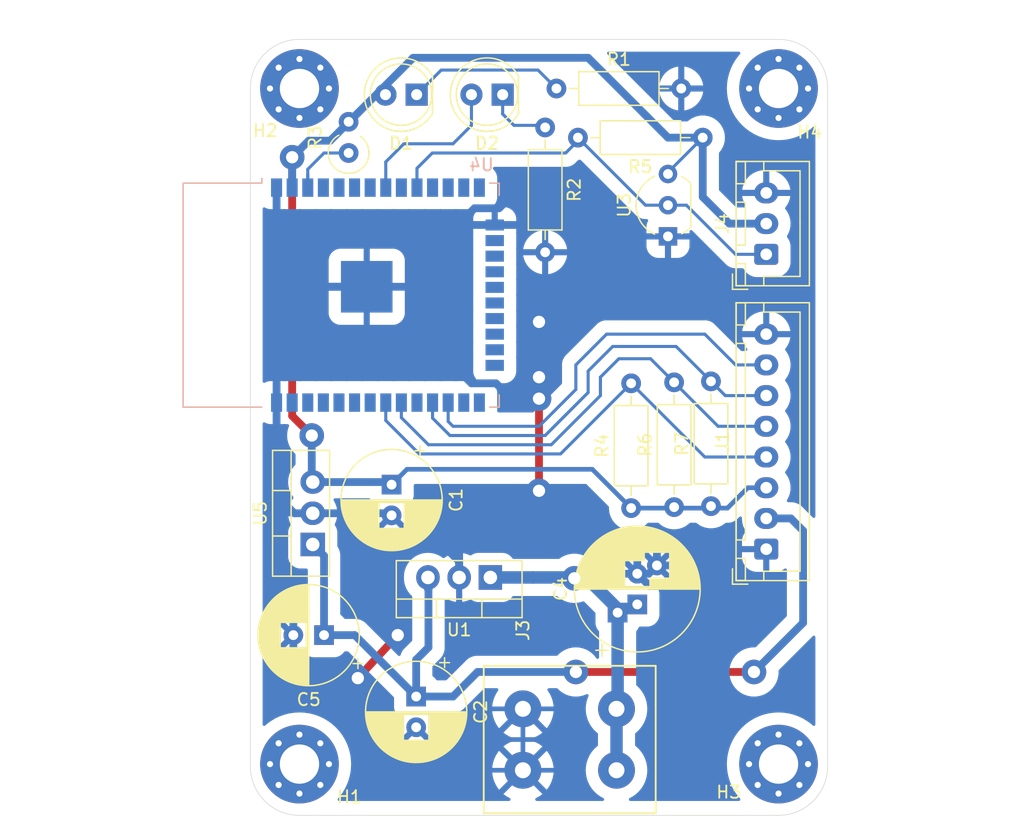
<source format=kicad_pcb>
(kicad_pcb (version 20221018) (generator pcbnew)
  (layers (0 "F.Cu" signal) (31 "B.Cu" signal) (34 "B.Paste" user) (35 "F.Paste" user) (36 "B.SilkS" user "B.Silkscreen") (37 "F.SilkS" user "F.Silkscreen") (38 "B.Mask" user) (39 "F.Mask" user) (44 "Edge.Cuts" user))
  (net 0 "")
  (net 1 "GND")
  (net 2 "+5V")
  (net 3 "+3V3")
  (net 4 "Net-(J3-Pin_1)")
  (net 5 "Net-(J4-Pin_1)")
  (net 6 "Net-(U4-EN)")
  (net 7 "Net-(J1-Pin_6)")
  (net 32 "Net-(D1-K)")
  (net 33 "Net-(D2-K)")
  (net 34 "Net-(D2-A)")
  (net 35 "Net-(J1-Pin_4)")
  (net 36 "Net-(J1-Pin_5)")
  (net 37 "Net-(J1-Pin_7)")
  (footprint "MountingHole:MountingHole_3.2mm_M3_Pad_Via" (layer "F.Cu") (at 43 -93)
    (fp_text reference "H4" (at 2.54 3.556) (layer "F.SilkS"))
    (fp_text value "MountingHole" hide)
    (pad "1" thru_hole circle (at -2.4 0) (size 0.8 0.8) (drill 0.5) (layers "*.Cu" "*.Mask"))
    (pad "1" thru_hole circle (at -1.697056 -1.697056) (size 0.8 0.8) (drill 0.5) (layers "*.Cu" "*.Mask"))
    (pad "1" thru_hole circle (at -1.697056 1.697056) (size 0.8 0.8) (drill 0.5) (layers "*.Cu" "*.Mask"))
    (pad "1" thru_hole circle (at 0 -2.4) (size 0.8 0.8) (drill 0.5) (layers "*.Cu" "*.Mask"))
    (pad "1" thru_hole circle (at 0 0) (size 6.4 6.4) (drill 3.2) (layers "*.Cu" "*.Mask"))
    (pad "1" thru_hole circle (at 0 2.4) (size 0.8 0.8) (drill 0.5) (layers "*.Cu" "*.Mask"))
    (pad "1" thru_hole circle (at 1.697056 -1.697056) (size 0.8 0.8) (drill 0.5) (layers "*.Cu" "*.Mask"))
    (pad "1" thru_hole circle (at 1.697056 1.697056) (size 0.8 0.8) (drill 0.5) (layers "*.Cu" "*.Mask"))
    (pad "1" thru_hole circle (at 2.4 0) (size 0.8 0.8) (drill 0.5) (layers "*.Cu" "*.Mask"))
  )
  (footprint "MountingHole:MountingHole_3.2mm_M3_Pad_Via" (layer "F.Cu") (at 43 -38)
    (fp_text reference "H3" (at -4.064 2.286) (layer "F.SilkS"))
    (fp_text value "MountingHole")
    (pad "1" thru_hole circle (at -2.4 0) (size 0.8 0.8) (drill 0.5) (layers "*.Cu" "*.Mask"))
    (pad "1" thru_hole circle (at -1.697056 -1.697056) (size 0.8 0.8) (drill 0.5) (layers "*.Cu" "*.Mask"))
    (pad "1" thru_hole circle (at -1.697056 1.697056) (size 0.8 0.8) (drill 0.5) (layers "*.Cu" "*.Mask"))
    (pad "1" thru_hole circle (at 0 -2.4) (size 0.8 0.8) (drill 0.5) (layers "*.Cu" "*.Mask"))
    (pad "1" thru_hole circle (at 0 0) (size 6.4 6.4) (drill 3.2) (layers "*.Cu" "*.Mask"))
    (pad "1" thru_hole circle (at 0 2.4) (size 0.8 0.8) (drill 0.5) (layers "*.Cu" "*.Mask"))
    (pad "1" thru_hole circle (at 1.697056 -1.697056) (size 0.8 0.8) (drill 0.5) (layers "*.Cu" "*.Mask"))
    (pad "1" thru_hole circle (at 1.697056 1.697056) (size 0.8 0.8) (drill 0.5) (layers "*.Cu" "*.Mask"))
    (pad "1" thru_hole circle (at 2.4 0) (size 0.8 0.8) (drill 0.5) (layers "*.Cu" "*.Mask"))
  )
  (footprint "MountingHole:MountingHole_3.2mm_M3_Pad_Via" (layer "F.Cu") (at 4 -93)
    (fp_text reference "H2" (at -2.794 3.429) (layer "F.SilkS"))
    (fp_text value "MountingHole")
    (pad "1" thru_hole circle (at -2.4 0) (size 0.8 0.8) (drill 0.5) (layers "*.Cu" "*.Mask"))
    (pad "1" thru_hole circle (at -1.697056 -1.697056) (size 0.8 0.8) (drill 0.5) (layers "*.Cu" "*.Mask"))
    (pad "1" thru_hole circle (at -1.697056 1.697056) (size 0.8 0.8) (drill 0.5) (layers "*.Cu" "*.Mask"))
    (pad "1" thru_hole circle (at 0 -2.4) (size 0.8 0.8) (drill 0.5) (layers "*.Cu" "*.Mask"))
    (pad "1" thru_hole circle (at 0 0) (size 6.4 6.4) (drill 3.2) (layers "*.Cu" "*.Mask"))
    (pad "1" thru_hole circle (at 0 2.4) (size 0.8 0.8) (drill 0.5) (layers "*.Cu" "*.Mask"))
    (pad "1" thru_hole circle (at 1.697056 -1.697056) (size 0.8 0.8) (drill 0.5) (layers "*.Cu" "*.Mask"))
    (pad "1" thru_hole circle (at 1.697056 1.697056) (size 0.8 0.8) (drill 0.5) (layers "*.Cu" "*.Mask"))
    (pad "1" thru_hole circle (at 2.4 0) (size 0.8 0.8) (drill 0.5) (layers "*.Cu" "*.Mask"))
  )
  (footprint "MountingHole:MountingHole_3.2mm_M3_Pad_Via" (layer "F.Cu") (at 4 -38)
    (fp_text reference "H1" (at 4.064 2.667) (layer "F.SilkS"))
    (fp_text value "MountingHole")
    (pad "1" thru_hole circle (at -2.4 0) (size 0.8 0.8) (drill 0.5) (layers "*.Cu" "*.Mask"))
    (pad "1" thru_hole circle (at -1.697056 -1.697056) (size 0.8 0.8) (drill 0.5) (layers "*.Cu" "*.Mask"))
    (pad "1" thru_hole circle (at -1.697056 1.697056) (size 0.8 0.8) (drill 0.5) (layers "*.Cu" "*.Mask"))
    (pad "1" thru_hole circle (at 0 -2.4) (size 0.8 0.8) (drill 0.5) (layers "*.Cu" "*.Mask"))
    (pad "1" thru_hole circle (at 0 0) (size 6.4 6.4) (drill 3.2) (layers "*.Cu" "*.Mask"))
    (pad "1" thru_hole circle (at 0 2.4) (size 0.8 0.8) (drill 0.5) (layers "*.Cu" "*.Mask"))
    (pad "1" thru_hole circle (at 1.697056 -1.697056) (size 0.8 0.8) (drill 0.5) (layers "*.Cu" "*.Mask"))
    (pad "1" thru_hole circle (at 1.697056 1.697056) (size 0.8 0.8) (drill 0.5) (layers "*.Cu" "*.Mask"))
    (pad "1" thru_hole circle (at 2.4 0) (size 0.8 0.8) (drill 0.5) (layers "*.Cu" "*.Mask"))
  )
  (footprint "Capacitor_THT:CP_Radial_D8.0mm_P2.50mm" (layer "F.Cu") (at 11.5 -60.75 -90)
    (fp_text reference "C1" (at 1.25 -5.25 90) (layer "F.SilkS"))
    (fp_text value "CP")
    (pad "1" thru_hole rect (at 0 0 270) (size 1.6 1.6) (drill 0.8) (layers "*.Cu" "*.Mask") (net 3 "+3V3"))
    (pad "2" thru_hole circle (at 2.5 0 270) (size 1.6 1.6) (drill 0.8) (layers "*.Cu" "*.Mask") (net 1 "GND"))
  )
  (footprint "Package_TO_SOT_THT:TO-220-3_Vertical" (layer "F.Cu") (at 19.54 -53.195 180)
    (fp_text reference "U1" (at 2.54 -4.27) (layer "F.SilkS"))
    (fp_text value "LF33_TO220")
    (pad "1" thru_hole rect (at 0 0 180) (size 1.905 2) (drill 1.1) (layers "*.Cu" "*.Mask") (net 4 "Net-(J3-Pin_1)"))
    (pad "2" thru_hole oval (at 2.54 0 180) (size 1.905 2) (drill 1.1) (layers "*.Cu" "*.Mask") (net 1 "GND"))
    (pad "3" thru_hole oval (at 5.08 0 180) (size 1.905 2) (drill 1.1) (layers "*.Cu" "*.Mask") (net 2 "+5V"))
  )
  (footprint "Connector_JST:JST_XH_B8B-XH-A_1x08_P2.50mm_Vertical" (layer "F.Cu") (at 42 -55.5 90)
    (fp_text reference "J1" (at 8.75 -3.55 90) (layer "F.SilkS"))
    (fp_text value "Conn_01x04" hide)
    (pad "1" thru_hole roundrect (at 0 0 90) (size 1.7 1.95) (drill 0.95) (layers "*.Cu" "*.Mask") (roundrect_rratio 0.147059) (net 1 "GND"))
    (pad "2" thru_hole oval (at 2.5 0 90) (size 1.7 1.95) (drill 0.95) (layers "*.Cu" "*.Mask") (net 2 "+5V"))
    (pad "3" thru_hole oval (at 5 0 90) (size 1.7 1.95) (drill 0.95) (layers "*.Cu" "*.Mask") (net 3 "+3V3"))
    (pad "4" thru_hole oval (at 7.5 0 90) (size 1.7 1.95) (drill 0.95) (layers "*.Cu" "*.Mask") (net 35 "Net-(J1-Pin_4)"))
    (pad "5" thru_hole oval (at 10 0 90) (size 1.7 1.95) (drill 0.95) (layers "*.Cu" "*.Mask") (net 36 "Net-(J1-Pin_5)"))
    (pad "6" thru_hole oval (at 12.5 0 90) (size 1.7 1.95) (drill 0.95) (layers "*.Cu" "*.Mask") (net 7 "Net-(J1-Pin_6)"))
    (pad "7" thru_hole oval (at 15 0 90) (size 1.7 1.95) (drill 0.95) (layers "*.Cu" "*.Mask") (net 37 "Net-(J1-Pin_7)"))
    (pad "8" thru_hole oval (at 17.5 0 90) (size 1.7 1.95) (drill 0.95) (layers "*.Cu" "*.Mask") (net 1 "GND"))
  )
  (footprint "Package_TO_SOT_THT:TO-92_Inline_Wide" (layer "F.Cu") (at 34 -80.96 90)
    (fp_text reference "U3" (at 2.54 -3.56 90) (layer "F.SilkS"))
    (fp_text value "DS18B20")
    (pad "1" thru_hole rect (at 0 0 90) (size 1.5 1.5) (drill 0.8) (layers "*.Cu" "*.Mask") (net 1 "GND"))
    (pad "2" thru_hole circle (at 2.54 0 90) (size 1.5 1.5) (drill 0.8) (layers "*.Cu" "*.Mask") (net 5 "Net-(J4-Pin_1)"))
    (pad "3" thru_hole circle (at 5.08 0 90) (size 1.5 1.5) (drill 0.8) (layers "*.Cu" "*.Mask") (net 3 "+3V3"))
  )
  (footprint "Capacitor_THT:CP_Radial_D10.0mm_P2.50mm_P5.00mm" (layer "F.Cu") (at 31.5 -51 90)
    (fp_text reference "C4" (at 1.25 -6.25 90) (layer "F.SilkS"))
    (fp_text value "CP")
    (pad "1" thru_hole rect (at -0.670937 -1.6 90) (size 1.6 1.6) (drill 0.8) (layers "*.Cu" "*.Mask") (net 4 "Net-(J3-Pin_1)"))
    (pad "1" thru_hole rect (at 0 0 90) (size 1.6 1.6) (drill 0.8) (layers "*.Cu" "*.Mask") (net 4 "Net-(J3-Pin_1)"))
    (pad "2" thru_hole circle (at 2.5 0 90) (size 1.6 1.6) (drill 0.8) (layers "*.Cu" "*.Mask") (net 1 "GND"))
    (pad "2" thru_hole circle (at 3.170937 1.6 90) (size 1.6 1.6) (drill 0.8) (layers "*.Cu" "*.Mask") (net 1 "GND"))
  )
  (footprint "Resistor_THT:R_Axial_DIN0207_L6.3mm_D2.5mm_P10.16mm_Horizontal" (layer "F.Cu") (at 24 -89.83 -90)
    (fp_text reference "R2" (at 5.08 -2.37 -90) (layer "F.SilkS"))
    (fp_text value "R_Small")
    (pad "1" thru_hole circle (at 0 0 270) (size 1.6 1.6) (drill 0.8) (layers "*.Cu" "*.Mask") (net 33 "Net-(D2-K)"))
    (pad "2" thru_hole oval (at 10.16 0 270) (size 1.6 1.6) (drill 0.8) (layers "*.Cu" "*.Mask") (net 1 "GND"))
  )
  (footprint "Resistor_THT:R_Axial_DIN0207_L6.3mm_D2.5mm_P10.16mm_Horizontal" (layer "F.Cu") (at 34.5 -58.92 90)
    (fp_text reference "R6" (at 5.08 -2.37 90) (layer "F.SilkS"))
    (fp_text value "R_Small")
    (pad "1" thru_hole circle (at 0 0 90) (size 1.6 1.6) (drill 0.8) (layers "*.Cu" "*.Mask") (net 3 "+3V3"))
    (pad "2" thru_hole oval (at 10.16 0 90) (size 1.6 1.6) (drill 0.8) (layers "*.Cu" "*.Mask") (net 36 "Net-(J1-Pin_5)"))
  )
  (footprint "Resistor_THT:R_Axial_DIN0207_L6.3mm_D2.5mm_P10.16mm_Horizontal" (layer "F.Cu") (at 36.83 -89 180)
    (fp_text reference "R5" (at 5.08 -2.37 180) (layer "F.SilkS"))
    (fp_text value "R_Small")
    (pad "1" thru_hole circle (at 0 0 180) (size 1.6 1.6) (drill 0.8) (layers "*.Cu" "*.Mask") (net 3 "+3V3"))
    (pad "2" thru_hole oval (at 10.16 0 180) (size 1.6 1.6) (drill 0.8) (layers "*.Cu" "*.Mask") (net 5 "Net-(J4-Pin_1)"))
  )
  (footprint "LED_THT:LED_D5.0mm" (layer "F.Cu") (at 20.54 -92.5 180)
    (fp_text reference "D2" (at 1.27 -3.96) (layer "F.SilkS"))
    (fp_text value "LED")
    (pad "1" thru_hole rect (at 0 0 180) (size 1.8 1.8) (drill 0.9) (layers "*.Cu" "*.Mask") (net 33 "Net-(D2-K)"))
    (pad "2" thru_hole circle (at 2.54 0 180) (size 1.8 1.8) (drill 0.9) (layers "*.Cu" "*.Mask") (net 34 "Net-(D2-A)"))
  )
  (footprint "Resistor_THT:R_Axial_DIN0309_L9.0mm_D3.2mm_P2.54mm_Vertical" (layer "F.Cu") (at 8 -87.75 90)
    (fp_text reference "R3" (at 1.27 -2.72 90) (layer "F.SilkS"))
    (fp_text value "R_Small")
    (pad "1" thru_hole circle (at 0 0 90) (size 1.6 1.6) (drill 0.8) (layers "*.Cu" "*.Mask") (net 6 "Net-(U4-EN)"))
    (pad "2" thru_hole oval (at 2.54 0 90) (size 1.6 1.6) (drill 0.8) (layers "*.Cu" "*.Mask") (net 3 "+3V3"))
  )
  (footprint "Capacitor_THT:CP_Radial_D8.0mm_P2.50mm" (layer "F.Cu") (at 13.5 -43.5 -90)
    (fp_text reference "C2" (at 1.25 -5.25 90) (layer "F.SilkS"))
    (fp_text value "CP")
    (pad "1" thru_hole rect (at 0 0 270) (size 1.6 1.6) (drill 0.8) (layers "*.Cu" "*.Mask") (net 2 "+5V"))
    (pad "2" thru_hole circle (at 2.5 0 270) (size 1.6 1.6) (drill 0.8) (layers "*.Cu" "*.Mask") (net 1 "GND"))
  )
  (footprint "Capacitor_THT:CP_Radial_D8.0mm_P2.50mm" (layer "F.Cu") (at 6 -48.5 180)
    (fp_text reference "C5" (at 1.25 -5.25) (layer "F.SilkS"))
    (fp_text value "CP")
    (pad "1" thru_hole rect (at 0 0 180) (size 1.6 1.6) (drill 0.8) (layers "*.Cu" "*.Mask") (net 2 "+5V"))
    (pad "2" thru_hole circle (at 2.5 0 180) (size 1.6 1.6) (drill 0.8) (layers "*.Cu" "*.Mask") (net 1 "GND"))
  )
  (footprint "LED_THT:LED_D5.0mm" (layer "F.Cu") (at 13.54 -92.5 180)
    (fp_text reference "D1" (at 1.27 -3.96) (layer "F.SilkS"))
    (fp_text value "LED")
    (pad "1" thru_hole rect (at 0 0 180) (size 1.8 1.8) (drill 0.9) (layers "*.Cu" "*.Mask") (net 32 "Net-(D1-K)"))
    (pad "2" thru_hole circle (at 2.54 0 180) (size 1.8 1.8) (drill 0.9) (layers "*.Cu" "*.Mask") (net 3 "+3V3"))
  )
  (footprint "Connector_JST:JST_XH_B3B-XH-A_1x03_P2.50mm_Vertical" (layer "F.Cu") (at 42 -79.5 90)
    (fp_text reference "J4" (at 2.5 -3.55 90) (layer "F.SilkS"))
    (fp_text value "Conn_01x04")
    (pad "1" thru_hole roundrect (at 0 0 90) (size 1.7 1.95) (drill 0.95) (layers "*.Cu" "*.Mask") (roundrect_rratio 0.1470588235) (net 5 "Net-(J4-Pin_1)"))
    (pad "2" thru_hole oval (at 2.5 0 90) (size 1.7 1.95) (drill 0.95) (layers "*.Cu" "*.Mask") (net 3 "+3V3"))
    (pad "3" thru_hole oval (at 5 0 90) (size 1.7 1.95) (drill 0.95) (layers "*.Cu" "*.Mask") (net 1 "GND"))
  )
  (footprint "Resistor_THT:R_Axial_DIN0207_L6.3mm_D2.5mm_P10.16mm_Horizontal" (layer "F.Cu") (at 24.92 -93)
    (fp_text reference "R1" (at 5.08 -2.37) (layer "F.SilkS"))
    (fp_text value "R_Small")
    (pad "1" thru_hole circle (at 0 0) (size 1.6 1.6) (drill 0.8) (layers "*.Cu" "*.Mask") (net 32 "Net-(D1-K)"))
    (pad "2" thru_hole oval (at 10.16 0) (size 1.6 1.6) (drill 0.8) (layers "*.Cu" "*.Mask") (net 1 "GND"))
  )
  (footprint "custom:WE 691411410002 - 2 Pin Wire-To-Board Terminal Block" (layer "F.Cu") (at 26 -40 -90)
    (fp_text reference "J3" (at -8.89 3.81 90) (layer "F.SilkS"))
    (fp_text value "Conn_01x02")
    (pad "1" thru_hole circle (at -2.5 -3.81 270) (size 3 3) (drill 1.3) (layers "*.Cu" "*.Mask") (net 4 "Net-(J3-Pin_1)"))
    (pad "1" thru_hole circle (at 2.5 -3.81 270) (size 3 3) (drill 1.3) (layers "*.Cu" "*.Mask") (net 4 "Net-(J3-Pin_1)"))
    (pad "2" thru_hole circle (at -2.5 3.81 270) (size 3 3) (drill 1.3) (layers "*.Cu" "*.Mask") (net 1 "GND"))
    (pad "2" thru_hole circle (at 2.5 3.81 270) (size 3 3) (drill 1.3) (layers "*.Cu" "*.Mask") (net 1 "GND"))
  )
  (footprint "Resistor_THT:R_Axial_DIN0207_L6.3mm_D2.5mm_P10.16mm_Horizontal" (layer "F.Cu") (at 37.5 -59 90)
    (fp_text reference "R7" (at 5.08 -2.37 90) (layer "F.SilkS"))
    (fp_text value "R_Small")
    (pad "1" thru_hole circle (at 0 0 90) (size 1.6 1.6) (drill 0.8) (layers "*.Cu" "*.Mask") (net 3 "+3V3"))
    (pad "2" thru_hole oval (at 10.16 0 90) (size 1.6 1.6) (drill 0.8) (layers "*.Cu" "*.Mask") (net 7 "Net-(J1-Pin_6)"))
  )
  (footprint "Package_TO_SOT_THT:TO-220-3_Vertical" (layer "F.Cu") (at 5.08 -55.88 90)
    (fp_text reference "U5" (at 2.54 -4.27 90) (layer "F.SilkS"))
    (fp_text value "LF33_TO220")
    (pad "1" thru_hole rect (at 0 0 90) (size 1.905 2) (drill 1.1) (layers "*.Cu" "*.Mask") (net 2 "+5V"))
    (pad "2" thru_hole oval (at 2.54 0 90) (size 1.905 2) (drill 1.1) (layers "*.Cu" "*.Mask") (net 1 "GND"))
    (pad "3" thru_hole oval (at 5.08 0 90) (size 1.905 2) (drill 1.1) (layers "*.Cu" "*.Mask") (net 3 "+3V3"))
  )
  (footprint "Resistor_THT:R_Axial_DIN0207_L6.3mm_D2.5mm_P10.16mm_Horizontal" (layer "F.Cu") (at 31 -58.84 90)
    (fp_text reference "R4" (at 5.08 -2.37 90) (layer "F.SilkS"))
    (fp_text value "R_Small")
    (pad "1" thru_hole circle (at 0 0 90) (size 1.6 1.6) (drill 0.8) (layers "*.Cu" "*.Mask") (net 3 "+3V3"))
    (pad "2" thru_hole oval (at 10.16 0 90) (size 1.6 1.6) (drill 0.8) (layers "*.Cu" "*.Mask") (net 35 "Net-(J1-Pin_4)"))
  )
  (footprint "RF_Module:ESP32-WROOM-32" (layer "B.Cu") (at 10.385 -76.18 -90)
    (fp_text reference "U4" (at -10.61 -8.43 180) (layer "B.SilkS") (effects (justify mirror)))
    (fp_text value "ESP32-WROOM-32")
    (pad "1" smd rect (at -8.75 8.25 270) (size 1.5 0.9) (layers "B.Cu" "B.Paste" "B.Mask") (net 1 "GND"))
    (pad "2" smd rect (at -8.75 6.98 270) (size 1.5 0.9) (layers "B.Cu" "B.Paste" "B.Mask") (net 3 "+3V3"))
    (pad "3" smd rect (at -8.75 5.71 270) (size 1.5 0.9) (layers "B.Cu" "B.Paste" "B.Mask") (net 6 "Net-(U4-EN)"))
    (pad "4" smd rect (at -8.75 4.44 270) (size 1.5 0.9) (layers "B.Cu" "B.Paste" "B.Mask"))
    (pad "5" smd rect (at -8.75 3.17 270) (size 1.5 0.9) (layers "B.Cu" "B.Paste" "B.Mask"))
    (pad "6" smd rect (at -8.75 1.9 270) (size 1.5 0.9) (layers "B.Cu" "B.Paste" "B.Mask"))
    (pad "7" smd rect (at -8.75 0.63 270) (size 1.5 0.9) (layers "B.Cu" "B.Paste" "B.Mask"))
    (pad "8" smd rect (at -8.75 -0.64 270) (size 1.5 0.9) (layers "B.Cu" "B.Paste" "B.Mask") (net 34 "Net-(D2-A)"))
    (pad "9" smd rect (at -8.75 -1.91 270) (size 1.5 0.9) (layers "B.Cu" "B.Paste" "B.Mask"))
    (pad "10" smd rect (at -8.75 -3.18 270) (size 1.5 0.9) (layers "B.Cu" "B.Paste" "B.Mask") (net 5 "Net-(J4-Pin_1)"))
    (pad "11" smd rect (at -8.75 -4.45 270) (size 1.5 0.9) (layers "B.Cu" "B.Paste" "B.Mask"))
    (pad "12" smd rect (at -8.75 -5.72 270) (size 1.5 0.9) (layers "B.Cu" "B.Paste" "B.Mask"))
    (pad "13" smd rect (at -8.75 -6.99 270) (size 1.5 0.9) (layers "B.Cu" "B.Paste" "B.Mask"))
    (pad "14" smd rect (at -8.75 -8.26 270) (size 1.5 0.9) (layers "B.Cu" "B.Paste" "B.Mask"))
    (pad "15" smd rect (at -5.71 -9.51 180) (size 1.5 0.9) (layers "B.Cu" "B.Paste" "B.Mask") (net 1 "GND"))
    (pad "16" smd rect (at -4.44 -9.51 180) (size 1.5 0.9) (layers "B.Cu" "B.Paste" "B.Mask"))
    (pad "17" smd rect (at -3.17 -9.51 180) (size 1.5 0.9) (layers "B.Cu" "B.Paste" "B.Mask"))
    (pad "18" smd rect (at -1.9 -9.51 180) (size 1.5 0.9) (layers "B.Cu" "B.Paste" "B.Mask"))
    (pad "19" smd rect (at -0.63 -9.51 180) (size 1.5 0.9) (layers "B.Cu" "B.Paste" "B.Mask"))
    (pad "20" smd rect (at 0.64 -9.51 180) (size 1.5 0.9) (layers "B.Cu" "B.Paste" "B.Mask"))
    (pad "21" smd rect (at 1.91 -9.51 180) (size 1.5 0.9) (layers "B.Cu" "B.Paste" "B.Mask"))
    (pad "22" smd rect (at 3.18 -9.51 180) (size 1.5 0.9) (layers "B.Cu" "B.Paste" "B.Mask"))
    (pad "23" smd rect (at 4.45 -9.51 180) (size 1.5 0.9) (layers "B.Cu" "B.Paste" "B.Mask"))
    (pad "24" smd rect (at 5.72 -9.51 180) (size 1.5 0.9) (layers "B.Cu" "B.Paste" "B.Mask"))
    (pad "25" smd rect (at 8.75 -8.26 270) (size 1.5 0.9) (layers "B.Cu" "B.Paste" "B.Mask"))
    (pad "26" smd rect (at 8.75 -6.99 270) (size 1.5 0.9) (layers "B.Cu" "B.Paste" "B.Mask"))
    (pad "27" smd rect (at 8.75 -5.72 270) (size 1.5 0.9) (layers "B.Cu" "B.Paste" "B.Mask") (net 37 "Net-(J1-Pin_7)"))
    (pad "28" smd rect (at 8.75 -4.45 270) (size 1.5 0.9) (layers "B.Cu" "B.Paste" "B.Mask") (net 7 "Net-(J1-Pin_6)"))
    (pad "29" smd rect (at 8.75 -3.18 270) (size 1.5 0.9) (layers "B.Cu" "B.Paste" "B.Mask"))
    (pad "30" smd rect (at 8.75 -1.91 270) (size 1.5 0.9) (layers "B.Cu" "B.Paste" "B.Mask") (net 36 "Net-(J1-Pin_5)"))
    (pad "31" smd rect (at 8.75 -0.64 270) (size 1.5 0.9) (layers "B.Cu" "B.Paste" "B.Mask") (net 35 "Net-(J1-Pin_4)"))
    (pad "32" smd rect (at 8.75 0.63 270) (size 1.5 0.9) (layers "B.Cu" "B.Paste" "B.Mask"))
    (pad "33" smd rect (at 8.75 1.9 270) (size 1.5 0.9) (layers "B.Cu" "B.Paste" "B.Mask"))
    (pad "34" smd rect (at 8.75 3.17 270) (size 1.5 0.9) (layers "B.Cu" "B.Paste" "B.Mask"))
    (pad "35" smd rect (at 8.75 4.44 270) (size 1.5 0.9) (layers "B.Cu" "B.Paste" "B.Mask"))
    (pad "36" smd rect (at 8.75 5.71 270) (size 1.5 0.9) (layers "B.Cu" "B.Paste" "B.Mask"))
    (pad "37" smd rect (at 8.75 6.98 270) (size 1.5 0.9) (layers "B.Cu" "B.Paste" "B.Mask"))
    (pad "38" smd rect (at 8.75 8.25 270) (size 1.5 0.9) (layers "B.Cu" "B.Paste" "B.Mask") (net 1 "GND"))
    (pad "39" smd rect (at -2.205 -0.615 270) (size 1.05 1.05) (layers "B.Cu" "B.Paste") (net 1 "GND"))
    (pad "39" smd rect (at -2.205 0.91 270) (size 1.05 1.05) (layers "B.Cu" "B.Paste") (net 1 "GND"))
    (pad "39" smd rect (at -2.205 2.435 270) (size 1.05 1.05) (layers "B.Cu" "B.Paste") (net 1 "GND"))
    (pad "39" smd rect (at -0.68 -0.615 270) (size 1.05 1.05) (layers "B.Cu" "B.Paste") (net 1 "GND"))
    (pad "39" smd rect (at -0.68 0.91 270) (size 1.05 1.05) (layers "B.Cu" "B.Paste") (net 1 "GND"))
    (pad "39" smd rect (at -0.68 0.91 270) (size 4.2 4.2) (layers "B.Cu" "B.Mask") (net 1 "GND"))
    (pad "39" smd rect (at -0.68 2.435 270) (size 1.05 1.05) (layers "B.Cu" "B.Paste") (net 1 "GND"))
    (pad "39" smd rect (at 0.845 -0.615 270) (size 1.05 1.05) (layers "B.Cu" "B.Paste") (net 1 "GND"))
    (pad "39" smd rect (at 0.845 0.91 270) (size 1.05 1.05) (layers "B.Cu" "B.Paste") (net 1 "GND"))
    (pad "39" smd rect (at 0.845 2.435 270) (size 1.05 1.05) (layers "B.Cu" "B.Paste") (net 1 "GND"))
    (zone (net 0) (net_name "") (layers "F.Cu" "In1.Cu" "B.Cu") (connect_pads (clearance 0)) (min_thickness 0.254)
      (keepout (tracks not_allowed) (vias not_allowed) (pads not_allowed) (copperpour not_allowed) (footprints not_allowed))
      (fill (thermal_gap 0.508) (thermal_bridge_width 0.508))
      (polygon (pts (xy 0.585 -100.18) (xy 0.585 -52.18) (xy -20.355 -52.18) (xy -20.355 -100.18)))
    )
  )
  (gr_line (start 4 -33.828427) (end 43 -33.828427) (stroke (width 0.05)) (layer "Edge.Cuts"))
  (gr_arc (start 4 -33.828427) (mid 1.171573 -35) (end 0 -37.828427) (stroke (width 0.05)) (layer "Edge.Cuts"))
  (gr_arc (start 43 -97) (mid 45.828427 -95.828427) (end 47 -93) (stroke (width 0.05)) (layer "Edge.Cuts"))
  (gr_line (start 43 -97) (end 4 -97) (stroke (width 0.05)) (layer "Edge.Cuts"))
  (gr_arc (start 0 -93) (mid 1.171573 -95.828427) (end 4 -97) (stroke (width 0.05)) (layer "Edge.Cuts"))
  (gr_arc (start 47 -37.828427) (mid 45.828426 -35.000002) (end 43 -33.828427) (stroke (width 0.05)) (layer "Edge.Cuts"))
  (gr_line (start 47 -37.828427) (end 47 -93) (stroke (width 0.05)) (layer "Edge.Cuts"))
  (gr_line (start 0 -93) (end 0 -37.828427) (stroke (width 0.05)) (layer "Edge.Cuts"))
  (segment (start 23.5 -69.5) (end 23.5 -74) (width 0.635) (layer "F.Cu") (net 1))
  (segment (start 23.5 -67.75) (end 23.5 -60.25) (width 0.635) (layer "F.Cu") (net 1))
  (segment (start 12 -48.5) (end 8.75 -45) (width 0.635) (layer "F.Cu") (net 1))
  (via (at 12 -48.5) (size 2) (drill 1) (layers "F.Cu" "B.Cu") (net 1))
  (via (at 23.5 -74) (size 2) (drill 1) (layers "F.Cu" "B.Cu") (net 1))
  (via (at 23.5 -69.5) (size 2) (drill 1) (layers "F.Cu" "B.Cu") (net 1))
  (via (at 23.5 -67.75) (size 2) (drill 1) (layers "F.Cu" "B.Cu") (net 1))
  (via (at 8.75 -45) (size 2) (drill 1) (layers "F.Cu" "B.Cu") (net 1))
  (via (at 23.5 -60.25) (size 2) (drill 1) (layers "F.Cu" "B.Cu") (net 1))
  (segment (start 22.19 -37.5) (end 19 -37.5) (width 0.381) (layer "B.Cu") (net 1))
  (segment (start 22.19 -40) (end 24.5 -40) (width 0.381) (layer "B.Cu") (net 1))
  (segment (start 19.895 -81.89) (end 22.03 -81.89) (width 0.635) (layer "B.Cu") (net 1))
  (segment (start 17.5 -81.89) (end 17.5 -82.5) (width 0.635) (layer "B.Cu") (net 1))
  (segment (start 11.33 -58.42) (end 11.5 -58.25) (width 0.635) (layer "B.Cu") (net 1))
  (segment (start 18 -69) (end 20 -69) (width 0.635) (layer "B.Cu") (net 1))
  (segment (start 22.19 -40) (end 20.5 -40) (width 0.381) (layer "B.Cu") (net 1))
  (segment (start 22.19 -37.5) (end 22.19 -40) (width 0.381) (layer "B.Cu") (net 1))
  (segment (start 22.19 -42.5) (end 25.38 -42.5) (width 0.381) (layer "B.Cu") (net 1))
  (segment (start 17 -53.195) (end 17 -55.75) (width 0.635) (layer "B.Cu") (net 1))
  (segment (start 2.135 -76.86) (end 6 -76.86) (width 0.635) (layer "B.Cu") (net 1))
  (segment (start 17 -54.5) (end 15.5 -56) (width 0.635) (layer "B.Cu") (net 1))
  (segment (start 30 -53.5) (end 28.5 -55) (width 0.635) (layer "B.Cu") (net 1))
  (segment (start 17 -55.75) (end 20.5 -55.75) (width 0.635) (layer "B.Cu") (net 1))
  (segment (start 31.5 -53.5) (end 30 -53.5) (width 0.635) (layer "B.Cu") (net 1))
  (segment (start 24.08 -80) (end 24 -79.92) (width 0.635) (layer "B.Cu") (net 1))
  (segment (start 20.25 -83.25) (end 21 -84) (width 0.635) (layer "B.Cu") (net 1))
  (segment (start 17.5 -81) (end 17.5 -81.89) (width 0.635) (layer "B.Cu") (net 1))
  (segment (start 3.58 -58.42) (end 5.08 -58.42) (width 0.635) (layer "B.Cu") (net 1))
  (segment (start 3.5 -51) (end 3.5 -48.5) (width 0.635) (layer "B.Cu") (net 1))
  (segment (start 6 -76.86) (end 13.36 -76.86) (width 0.635) (layer "B.Cu") (net 1))
  (segment (start 2.135 -78.385) (end 2.135 -76.86) (width 0.635) (layer "B.Cu") (net 1))
  (segment (start 22.19 -37.5) (end 25.38 -37.5) (width 0.381) (layer "B.Cu") (net 1))
  (segment (start 2.135 -84.93) (end 2.135 -67.43) (width 0.635) (layer "B.Cu") (net 1))
  (segment (start 6 -76.86) (end 9.475 -76.86) (width 0.635) (layer "B.Cu") (net 1))
  (segment (start 5.08 -58.42) (end 11.33 -58.42) (width 0.635) (layer "B.Cu") (net 1))
  (segment (start 22.19 -40) (end 22.19 -42.5) (width 0.381) (layer "B.Cu") (net 1))
  (segment (start 31.5 -53.5) (end 32.5 -52.5) (width 0.635) (layer "B.Cu") (net 1))
  (segment (start 13.36 -76.86) (end 17.5 -81) (width 0.635) (layer "B.Cu") (net 1))
  (segment (start 17 -53.195) (end 17 -54.5) (width 0.635) (layer "B.Cu") (net 1))
  (segment (start 20 -69) (end 21 -68) (width 0.635) (layer "B.Cu") (net 1))
  (segment (start 31.5 -53.5) (end 32.429063 -53.5) (width 0.635) (layer "B.Cu") (net 1))
  (segment (start 32.5 -52.5) (end 34.5 -52.5) (width 0.635) (layer "B.Cu") (net 1))
  (segment (start 22.19 -42.5) (end 19 -42.5) (width 0.381) (layer "B.Cu") (net 1))
  (segment (start 3.5 -48.5) (end 3.5 -46) (width 0.635) (layer "B.Cu") (net 1))
  (segment (start 19.895 -81.89) (end 17.5 -81.89) (width 0.635) (layer "B.Cu") (net 1))
  (segment (start 33.1 -54.170937) (end 33.1 -56.1) (width 0.635) (layer "B.Cu") (net 1))
  (segment (start 31.5 -53.5) (end 31.5 -56) (width 0.635) (layer "B.Cu") (net 1))
  (segment (start 32.429063 -53.5) (end 33.1 -54.170937) (width 0.635) (layer "B.Cu") (net 1))
  (segment (start 2.135 -59.865) (end 3.58 -58.42) (width 0.635) (layer "B.Cu") (net 1))
  (segment (start 33.1 -54.170937) (end 36.329063 -54.170937) (width 0.635) (layer "B.Cu") (net 1))
  (segment (start 17.5 -82.5) (end 18.25 -83.25) (width 0.635) (layer "B.Cu") (net 1))
  (segment (start 2.135 -67.43) (end 2.135 -59.865) (width 0.635) (layer "B.Cu") (net 1))
  (segment (start 17 -70) (end 18 -69) (width 0.635) (layer "B.Cu") (net 1))
  (segment (start 18.25 -83.25) (end 20.25 -83.25) (width 0.635) (layer "B.Cu") (net 1))
  (segment (start 26.5 -45.5) (end 41 -45.5) (width 0.635) (layer "F.Cu") (net 2))
  (via (at 41 -45.5) (size 2) (drill 1) (layers "F.Cu" "B.Cu") (net 2))
  (via (at 26.5 -45.5) (size 2) (drill 1) (layers "F.Cu" "B.Cu") (net 2))
  (segment (start 18.5 -45.5) (end 16.5 -43.5) (width 0.635) (layer "B.Cu") (net 2))
  (segment (start 14.46 -52.25) (end 14.5 -52.21) (width 0.635) (layer "B.Cu") (net 2))
  (segment (start 14.5 -52.21) (end 14.5 -47.5) (width 0.635) (layer "B.Cu") (net 2))
  (segment (start 16.5 -43.5) (end 13.5 -43.5) (width 0.635) (layer "B.Cu") (net 2))
  (segment (start 26.5 -45.5) (end 18.5 -45.5) (width 0.635) (layer "B.Cu") (net 2))
  (segment (start 6 -54.96) (end 6 -48.5) (width 0.635) (layer "B.Cu") (net 2))
  (segment (start 13.5 -46.5) (end 13.5 -43.5) (width 0.635) (layer "B.Cu") (net 2))
  (segment (start 45 -49.5) (end 45 -57) (width 0.635) (layer "B.Cu") (net 2))
  (segment (start 5.08 -55.88) (end 6 -54.96) (width 0.635) (layer "B.Cu") (net 2))
  (segment (start 41 -45.5) (end 45 -49.5) (width 0.635) (layer "B.Cu") (net 2))
  (segment (start 45 -57) (end 44 -58) (width 0.635) (layer "B.Cu") (net 2))
  (segment (start 8.5 -48.5) (end 13.5 -43.5) (width 0.635) (layer "B.Cu") (net 2))
  (segment (start 44 -58) (end 42 -58) (width 0.635) (layer "B.Cu") (net 2))
  (segment (start 6 -48.5) (end 8.5 -48.5) (width 0.635) (layer "B.Cu") (net 2))
  (segment (start 14.5 -47.5) (end 13.5 -46.5) (width 0.635) (layer "B.Cu") (net 2))
  (segment (start 3.405 -66.345) (end 5 -64.75) (width 0.635) (layer "F.Cu") (net 3))
  (segment (start 3.405 -87.405) (end 3.405 -66.345) (width 0.635) (layer "F.Cu") (net 3))
  (via (at 3.405 -87.405) (size 2) (drill 1) (layers "F.Cu" "B.Cu") (net 3))
  (via (at 5 -64.75) (size 2) (drill 1) (layers "F.Cu" "B.Cu") (net 3))
  (segment (start 33.5 -89.5) (end 34 -89) (width 0.635) (layer "B.Cu") (net 3))
  (segment (start 31 -58.84) (end 38.84 -58.84) (width 0.381) (layer "B.Cu") (net 3))
  (segment (start 4.75 -88.75) (end 6.5 -88.75) (width 0.635) (layer "B.Cu") (net 3))
  (segment (start 36.83 -84.17) (end 39 -82) (width 0.635) (layer "B.Cu") (net 3))
  (segment (start 36.83 -89) (end 36.83 -84.17) (width 0.635) (layer "B.Cu") (net 3))
  (segment (start 31 -58.84) (end 27.84 -62) (width 0.381) (layer "B.Cu") (net 3))
  (segment (start 32.375 -90.625) (end 32 -91) (width 0.635) (layer "B.Cu") (net 3))
  (segment (start 38.84 -58.84) (end 40.5 -60.5) (width 0.381) (layer "B.Cu") (net 3))
  (segment (start 11 -92) (end 11 -92.5) (width 0.635) (layer "B.Cu") (net 3))
  (segment (start 40.5 -60.5) (end 42 -60.5) (width 0.381) (layer "B.Cu") (net 3))
  (segment (start 5 -61.04) (end 5.08 -60.96) (width 0.635) (layer "B.Cu") (net 3))
  (segment (start 37.08 -89) (end 34 -89) (width 0.635) (layer "B.Cu") (net 3))
  (segment (start 39 -82) (end 42 -82) (width 0.635) (layer "B.Cu") (net 3))
  (segment (start 34 -86.04) (end 34 -86.17) (width 0.25) (layer "B.Cu") (net 3))
  (segment (start 5.08 -60.96) (end 11.29 -60.96) (width 0.635) (layer "B.Cu") (net 3))
  (segment (start 34 -86.17) (end 36.83 -89) (width 0.25) (layer "B.Cu") (net 3))
  (segment (start 13.25 -95.5) (end 27.5 -95.5) (width 0.635) (layer "B.Cu") (net 3))
  (segment (start 27.5 -95.5) (end 32.375 -90.625) (width 0.635) (layer "B.Cu") (net 3))
  (segment (start 5 -64.75) (end 5 -61.04) (width 0.635) (layer "B.Cu") (net 3))
  (segment (start 27.84 -62) (end 12.75 -62) (width 0.381) (layer "B.Cu") (net 3))
  (segment (start 3.405 -84.93) (end 3.405 -87.405) (width 0.635) (layer "B.Cu") (net 3))
  (segment (start 6.5 -88.75) (end 8.75 -91) (width 0.635) (layer "B.Cu") (net 3))
  (segment (start 8.75 -91) (end 13.25 -95.5) (width 0.635) (layer "B.Cu") (net 3))
  (segment (start 3.405 -87.405) (end 4.75 -88.75) (width 0.635) (layer "B.Cu") (net 3))
  (segment (start 33.5 -89.5) (end 32.375 -90.625) (width 0.635) (layer "B.Cu") (net 3))
  (segment (start 11.29 -60.96) (end 11.5 -60.75) (width 0.635) (layer "B.Cu") (net 3))
  (segment (start 12.75 -62) (end 11.5 -60.75) (width 0.381) (layer "B.Cu") (net 3))
  (via (at 26.375 -53.125) (size 2) (drill 1) (layers "F.Cu" "B.Cu") (net 4))
  (segment (start 29.9 -50.329063) (end 29.9 -42.59) (width 1.016) (layer "B.Cu") (net 4))
  (segment (start 29.9 -50.641608) (end 29.9 -50.329063) (width 1.016) (layer "B.Cu") (net 4))
  (segment (start 19.54 -53.195) (end 23 -53.195) (width 1.016) (layer "B.Cu") (net 4))
  (segment (start 29.81 -37.5) (end 29.81 -42.5) (width 1.016) (layer "B.Cu") (net 4))
  (segment (start 29.9 -42.59) (end 29.81 -42.5) (width 1.016) (layer "B.Cu") (net 4))
  (segment (start 27.346608 -53.195) (end 29.9 -50.641608) (width 1.016) (layer "B.Cu") (net 4))
  (segment (start 23 -53.195) (end 27.346608 -53.195) (width 1.016) (layer "B.Cu") (net 4))
  (segment (start 14.815 -87.75) (end 13.565 -86.5) (width 0.25) (layer "B.Cu") (net 5))
  (segment (start 32.17 -83.5) (end 34 -83.5) (width 0.25) (layer "B.Cu") (net 5))
  (segment (start 26.67 -89) (end 32.17 -83.5) (width 0.25) (layer "B.Cu") (net 5))
  (segment (start 39.5 -79.5) (end 42 -79.5) (width 0.25) (layer "B.Cu") (net 5))
  (segment (start 13.565 -86.5) (end 13.565 -84.93) (width 0.25) (layer "B.Cu") (net 5))
  (segment (start 35.5 -83.5) (end 39.5 -79.5) (width 0.25) (layer "B.Cu") (net 5))
  (segment (start 26.92 -89) (end 25.67 -87.75) (width 0.25) (layer "B.Cu") (net 5))
  (segment (start 34 -83.5) (end 35.5 -83.5) (width 0.25) (layer "B.Cu") (net 5))
  (segment (start 25.67 -87.75) (end 14.815 -87.75) (width 0.25) (layer "B.Cu") (net 5))
  (segment (start 6 -87.75) (end 8 -87.75) (width 0.25) (layer "B.Cu") (net 6))
  (segment (start 4.675 -84.93) (end 4.675 -86.425) (width 0.25) (layer "B.Cu") (net 6))
  (segment (start 4.675 -86.425) (end 6 -87.75) (width 0.25) (layer "B.Cu") (net 6))
  (segment (start 4.675 -84.93) (end 4.675 -86) (width 0.25) (layer "B.Cu") (net 6))
  (segment (start 14.835 -67.43) (end 14.835 -66.165) (width 0.25) (layer "B.Cu") (net 7))
  (segment (start 29.5 -72) (end 34.66 -72) (width 0.25) (layer "B.Cu") (net 7))
  (segment (start 16.25 -64.75) (end 24 -64.75) (width 0.25) (layer "B.Cu") (net 7))
  (segment (start 42 -68) (end 38.66 -68) (width 0.25) (layer "B.Cu") (net 7))
  (segment (start 27.5 -68.25) (end 27.5 -70) (width 0.25) (layer "B.Cu") (net 7))
  (segment (start 38.66 -68) (end 37.5 -69.16) (width 0.25) (layer "B.Cu") (net 7))
  (segment (start 27.5 -70) (end 29.5 -72) (width 0.25) (layer "B.Cu") (net 7))
  (segment (start 14.835 -66.165) (end 16.25 -64.75) (width 0.25) (layer "B.Cu") (net 7))
  (segment (start 24 -64.75) (end 27.5 -68.25) (width 0.25) (layer "B.Cu") (net 7))
  (segment (start 34.66 -72) (end 37.5 -69.16) (width 0.25) (layer "B.Cu") (net 7))
  (segment (start 23.42 -94.5) (end 24.92 -93) (width 0.25) (layer "B.Cu") (net 32))
  (segment (start 13.54 -92.5) (end 15.54 -94.5) (width 0.25) (layer "B.Cu") (net 32))
  (segment (start 15.54 -94.5) (end 23.42 -94.5) (width 0.25) (layer "B.Cu") (net 32))
  (segment (start 23.92 -90) (end 24 -90.08) (width 0.25) (layer "B.Cu") (net 33))
  (segment (start 20.54 -90.92) (end 21.46 -90) (width 0.25) (layer "B.Cu") (net 33))
  (segment (start 21 -92.04) (end 20.54 -92.5) (width 0.25) (layer "B.Cu") (net 33))
  (segment (start 20.54 -92.5) (end 20.54 -90.92) (width 0.25) (layer "B.Cu") (net 33))
  (segment (start 21.46 -90) (end 23.92 -90) (width 0.25) (layer "B.Cu") (net 33))
  (segment (start 18 -92.5) (end 18 -90) (width 0.25) (layer "B.Cu") (net 34))
  (segment (start 16.5 -88.5) (end 12.5 -88.5) (width 0.25) (layer "B.Cu") (net 34))
  (segment (start 12.5 -88.5) (end 11.025 -87.025) (width 0.25) (layer "B.Cu") (net 34))
  (segment (start 18 -90) (end 16.5 -88.5) (width 0.25) (layer "B.Cu") (net 34))
  (segment (start 11.025 -87.025) (end 11.025 -84.93) (width 0.25) (layer "B.Cu") (net 34))
  (segment (start 13.75 -63.25) (end 11.025 -65.975) (width 0.25) (layer "B.Cu") (net 35))
  (segment (start 31 -69) (end 25.25 -63.25) (width 0.25) (layer "B.Cu") (net 35))
  (segment (start 22.5 -63.25) (end 13.75 -63.25) (width 0.25) (layer "B.Cu") (net 35))
  (segment (start 37 -63) (end 31 -69) (width 0.25) (layer "B.Cu") (net 35))
  (segment (start 11.025 -65.975) (end 11.025 -67.43) (width 0.25) (layer "B.Cu") (net 35))
  (segment (start 25.25 -63.25) (end 22.5 -63.25) (width 0.25) (layer "B.Cu") (net 35))
  (segment (start 42 -63) (end 37 -63) (width 0.25) (layer "B.Cu") (net 35))
  (segment (start 24.5 -64) (end 14.5 -64) (width 0.25) (layer "B.Cu") (net 36))
  (segment (start 14.5 -64) (end 12.295 -66.205) (width 0.25) (layer "B.Cu") (net 36))
  (segment (start 12.295 -66.205) (end 12.295 -67.43) (width 0.25) (layer "B.Cu") (net 36))
  (segment (start 34.5 -69.08) (end 32.58 -71) (width 0.25) (layer "B.Cu") (net 36))
  (segment (start 42 -65.5) (end 38.08 -65.5) (width 0.25) (layer "B.Cu") (net 36))
  (segment (start 32.58 -71) (end 30 -71) (width 0.25) (layer "B.Cu") (net 36))
  (segment (start 28.5 -69.5) (end 28.5 -68) (width 0.25) (layer "B.Cu") (net 36))
  (segment (start 30 -71) (end 28.5 -69.5) (width 0.25) (layer "B.Cu") (net 36))
  (segment (start 38.08 -65.5) (end 34.5 -69.08) (width 0.25) (layer "B.Cu") (net 36))
  (segment (start 28.5 -68) (end 24.5 -64) (width 0.25) (layer "B.Cu") (net 36))
  (segment (start 29 -73) (end 37 -73) (width 0.25) (layer "B.Cu") (net 37))
  (segment (start 26.5 -68.5) (end 26.5 -70.5) (width 0.25) (layer "B.Cu") (net 37))
  (segment (start 16.5 -65.5) (end 23.5 -65.5) (width 0.25) (layer "B.Cu") (net 37))
  (segment (start 26.5 -70.5) (end 29 -73) (width 0.25) (layer "B.Cu") (net 37))
  (segment (start 16.105 -65.895) (end 16.5 -65.5) (width 0.25) (layer "B.Cu") (net 37))
  (segment (start 23.5 -65.5) (end 26.5 -68.5) (width 0.25) (layer "B.Cu") (net 37))
  (segment (start 39.5 -70.5) (end 42 -70.5) (width 0.25) (layer "B.Cu") (net 37))
  (segment (start 37 -73) (end 39.5 -70.5) (width 0.25) (layer "B.Cu") (net 37))
  (segment (start 16.105 -67.43) (end 16.105 -65.895) (width 0.25) (layer "B.Cu") (net 37))
  (zone (net 1) (net_name "GND") (layer "B.Cu") (connect_pads (clearance 1)) (min_thickness 0.25) (fill yes (thermal_gap 1) (thermal_bridge_width 0.5))
    (polygon (pts (xy 1 -35) (xy 46 -35) (xy 46 -96) (xy 1 -96)))
  )
)
</source>
